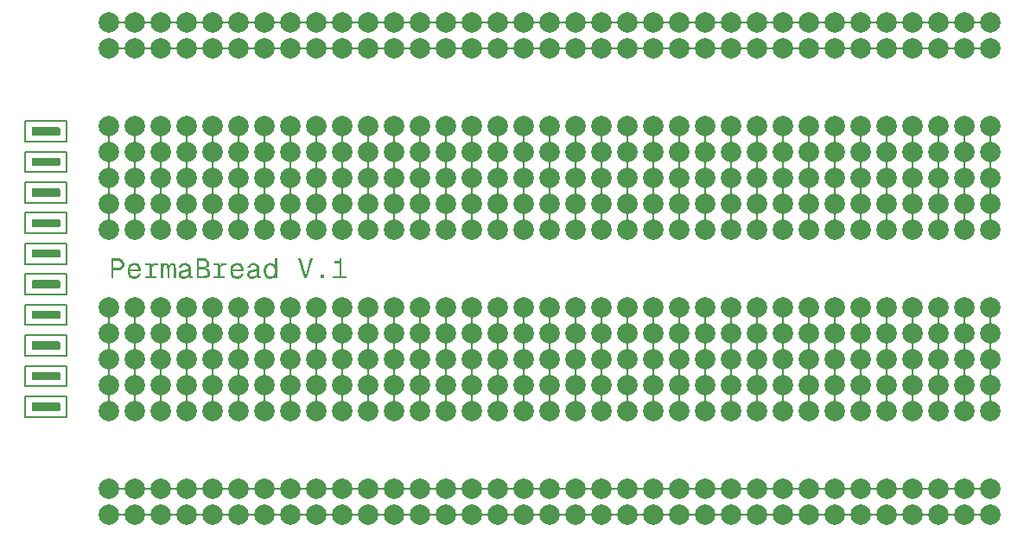
<source format=gbr>
%TF.GenerationSoftware,KiCad,Pcbnew,9.0.0*%
%TF.CreationDate,2025-03-26T23:18:24+07:00*%
%TF.ProjectId,PermaProto,5065726d-6150-4726-9f74-6f2e6b696361,1*%
%TF.SameCoordinates,Original*%
%TF.FileFunction,Copper,L1,Top*%
%TF.FilePolarity,Positive*%
%FSLAX46Y46*%
G04 Gerber Fmt 4.6, Leading zero omitted, Abs format (unit mm)*
G04 Created by KiCad (PCBNEW 9.0.0) date 2025-03-26 23:18:24*
%MOMM*%
%LPD*%
G01*
G04 APERTURE LIST*
%TA.AperFunction,NonConductor*%
%ADD10C,0.200000*%
%TD*%
%ADD11C,0.100000*%
%TA.AperFunction,ViaPad*%
%ADD12C,2.000000*%
%TD*%
%TA.AperFunction,Conductor*%
%ADD13C,0.200000*%
%TD*%
G04 APERTURE END LIST*
D10*
X96000000Y-123000000D02*
X100000000Y-123000000D01*
X100000000Y-125000000D01*
X96000000Y-125000000D01*
X96000000Y-123000000D01*
D11*
G36*
X105151080Y-109444483D02*
G01*
X105283085Y-109476026D01*
X105396009Y-109526098D01*
X105492861Y-109594284D01*
X105573070Y-109680823D01*
X105630606Y-109781903D01*
X105666371Y-109900418D01*
X105678974Y-110040516D01*
X105666373Y-110180612D01*
X105630610Y-110299150D01*
X105573074Y-110400273D01*
X105492861Y-110486870D01*
X105396016Y-110555000D01*
X105283095Y-110605034D01*
X105151087Y-110636556D01*
X104996193Y-110647704D01*
X104632515Y-110647704D01*
X104632515Y-111420000D01*
X104391814Y-111420000D01*
X104391814Y-110412742D01*
X104632515Y-110412742D01*
X104968227Y-110412742D01*
X105122446Y-110400069D01*
X105234704Y-110366486D01*
X105315174Y-110316266D01*
X105376055Y-110244891D01*
X105413683Y-110154876D01*
X105427159Y-110040516D01*
X105413579Y-109924386D01*
X105375867Y-109834101D01*
X105315174Y-109763545D01*
X105234820Y-109714074D01*
X105122569Y-109680931D01*
X104968227Y-109668412D01*
X104632515Y-109668412D01*
X104632515Y-110412742D01*
X104391814Y-110412742D01*
X104391814Y-109433328D01*
X104996193Y-109433328D01*
X105151080Y-109444483D01*
G37*
G36*
X106797937Y-109914014D02*
G01*
X106910911Y-109944520D01*
X107013150Y-109994476D01*
X107103717Y-110063129D01*
X107180921Y-110150423D01*
X107245425Y-110258869D01*
X107290462Y-110377364D01*
X107319129Y-110516879D01*
X107329323Y-110681287D01*
X107329323Y-110751263D01*
X106249281Y-110751263D01*
X106271887Y-110905832D01*
X106315340Y-111022438D01*
X106376653Y-111109445D01*
X106459138Y-111175159D01*
X106559518Y-111215465D01*
X106683056Y-111229734D01*
X106777864Y-111221466D01*
X106856528Y-111198221D01*
X106922170Y-111161224D01*
X106978395Y-111110581D01*
X107021506Y-111050862D01*
X107052351Y-110980729D01*
X107304166Y-111000268D01*
X107253129Y-111125190D01*
X107179489Y-111233115D01*
X107081660Y-111326332D01*
X106996912Y-111381197D01*
X106903347Y-111420752D01*
X106799388Y-111445137D01*
X106683056Y-111453583D01*
X106545824Y-111442395D01*
X106426032Y-111410322D01*
X106320600Y-111358450D01*
X106227550Y-111286915D01*
X106149508Y-111197662D01*
X106085638Y-111088440D01*
X106040917Y-110969174D01*
X106012902Y-110833463D01*
X106003084Y-110678478D01*
X106011610Y-110544267D01*
X106249281Y-110544267D01*
X107072013Y-110544267D01*
X107048195Y-110404951D01*
X107005303Y-110302380D01*
X106945983Y-110228094D01*
X106868154Y-110172704D01*
X106777937Y-110139067D01*
X106671821Y-110127344D01*
X106562280Y-110139581D01*
X106469793Y-110174616D01*
X106390575Y-110232247D01*
X106328620Y-110308864D01*
X106280957Y-110410742D01*
X106249281Y-110544267D01*
X106011610Y-110544267D01*
X106012924Y-110523574D01*
X106040957Y-110388423D01*
X106085638Y-110270104D01*
X106149213Y-110161465D01*
X106226391Y-110072179D01*
X106317913Y-110000094D01*
X106421576Y-109947278D01*
X106538556Y-109914789D01*
X106671821Y-109903496D01*
X106797937Y-109914014D01*
G37*
G36*
X107748688Y-111420000D02*
G01*
X107748688Y-111213004D01*
X108134836Y-111213004D01*
X108134836Y-110144075D01*
X107748688Y-110144075D01*
X107748688Y-109937079D01*
X108330718Y-109937079D01*
X108347449Y-110222477D01*
X108388225Y-110115153D01*
X108443029Y-110037200D01*
X108511659Y-109982748D01*
X108596641Y-109949086D01*
X108702822Y-109937079D01*
X109007759Y-109937079D01*
X109007759Y-110149692D01*
X108705631Y-110149692D01*
X108601654Y-110161433D01*
X108520418Y-110194029D01*
X108456625Y-110246290D01*
X108410558Y-110315637D01*
X108380831Y-110406336D01*
X108369919Y-110524605D01*
X108369919Y-111213004D01*
X108839965Y-111213004D01*
X108839965Y-111420000D01*
X107748688Y-111420000D01*
G37*
G36*
X109287173Y-111420000D02*
G01*
X109287173Y-109937079D01*
X109502718Y-109937079D01*
X109508335Y-110155310D01*
X109557724Y-110047842D01*
X109621542Y-109970662D01*
X109674309Y-109933499D01*
X109733801Y-109911186D01*
X109802037Y-109903496D01*
X109884083Y-109914738D01*
X109950589Y-109946852D01*
X110005409Y-110000722D01*
X110049721Y-110081375D01*
X110081817Y-110197198D01*
X110112600Y-110109249D01*
X110152399Y-110038381D01*
X110200764Y-109981898D01*
X110259680Y-109938341D01*
X110325604Y-109912395D01*
X110400799Y-109903496D01*
X110488503Y-109912064D01*
X110558871Y-109935926D01*
X110615599Y-109973824D01*
X110661039Y-110026594D01*
X110701914Y-110113430D01*
X110730911Y-110244463D01*
X110742250Y-110435090D01*
X110742250Y-111420000D01*
X110507166Y-111420000D01*
X110507166Y-110468674D01*
X110501087Y-110334715D01*
X110485852Y-110245970D01*
X110465157Y-110190237D01*
X110431447Y-110145483D01*
X110388652Y-110119538D01*
X110333754Y-110110491D01*
X110280334Y-110119696D01*
X110232957Y-110147473D01*
X110189528Y-110197320D01*
X110160432Y-110258330D01*
X110140110Y-110347563D01*
X110132254Y-110474291D01*
X110132254Y-111420000D01*
X109897170Y-111420000D01*
X109897170Y-110468674D01*
X109891440Y-110340659D01*
X109876849Y-110252586D01*
X109856625Y-110194511D01*
X109823287Y-110147298D01*
X109780078Y-110120024D01*
X109723757Y-110110491D01*
X109670337Y-110119696D01*
X109622960Y-110147473D01*
X109579532Y-110197320D01*
X109550436Y-110258330D01*
X109530113Y-110347563D01*
X109522257Y-110474291D01*
X109522257Y-111420000D01*
X109287173Y-111420000D01*
G37*
G36*
X111775653Y-109914609D02*
G01*
X111886936Y-109945934D01*
X111980638Y-109995803D01*
X112059696Y-110064452D01*
X112122274Y-110148588D01*
X112168373Y-110248361D01*
X112197567Y-110366822D01*
X112207951Y-110507875D01*
X112207951Y-111123367D01*
X112214367Y-111168580D01*
X112230300Y-111193464D01*
X112256552Y-111207576D01*
X112297588Y-111213004D01*
X112392721Y-111213004D01*
X112392721Y-111420000D01*
X112269501Y-111425617D01*
X112188743Y-111419296D01*
X112125098Y-111401987D01*
X112075083Y-111375303D01*
X112034643Y-111336688D01*
X112003225Y-111282983D01*
X111981416Y-111210195D01*
X111935476Y-111276498D01*
X111872513Y-111335118D01*
X111789685Y-111386416D01*
X111699025Y-111423454D01*
X111602024Y-111445921D01*
X111497327Y-111453583D01*
X111362327Y-111440593D01*
X111245390Y-111403269D01*
X111144343Y-111341874D01*
X111069169Y-111261974D01*
X111033680Y-111198686D01*
X111012196Y-111128834D01*
X111004811Y-111050704D01*
X111007334Y-111028234D01*
X111251130Y-111028234D01*
X111259525Y-111093862D01*
X111283276Y-111146480D01*
X111322449Y-111189190D01*
X111373034Y-111219695D01*
X111437527Y-111239317D01*
X111519675Y-111246465D01*
X111633555Y-111238145D01*
X111725613Y-111215151D01*
X111799924Y-111179490D01*
X111859661Y-111131793D01*
X111921723Y-111049188D01*
X111959652Y-110950874D01*
X111972990Y-110832351D01*
X111972990Y-110703757D01*
X111519675Y-110793272D01*
X111420133Y-110818127D01*
X111352958Y-110847108D01*
X111309870Y-110878635D01*
X111277614Y-110920052D01*
X111258005Y-110969165D01*
X111251130Y-111028234D01*
X111007334Y-111028234D01*
X111018507Y-110928736D01*
X111056700Y-110832301D01*
X111118140Y-110755537D01*
X111199843Y-110696552D01*
X111315614Y-110644964D01*
X111474856Y-110603007D01*
X111972990Y-110502257D01*
X111961955Y-110378102D01*
X111932439Y-110286510D01*
X111887627Y-110219668D01*
X111825049Y-110169831D01*
X111745169Y-110138613D01*
X111642773Y-110127344D01*
X111542264Y-110135924D01*
X111463572Y-110159427D01*
X111402072Y-110195854D01*
X111351451Y-110246601D01*
X111311342Y-110311409D01*
X111281905Y-110393080D01*
X111032777Y-110373541D01*
X111074310Y-110241093D01*
X111140605Y-110128912D01*
X111232812Y-110033677D01*
X111314838Y-109978295D01*
X111408956Y-109937790D01*
X111517354Y-109912417D01*
X111642773Y-109903496D01*
X111775653Y-109914609D01*
G37*
G36*
X113509456Y-109444056D02*
G01*
X113643428Y-109473594D01*
X113751193Y-109519009D01*
X113837418Y-109578897D01*
X113909429Y-109657082D01*
X113960914Y-109747552D01*
X113992796Y-109852742D01*
X114003991Y-109976158D01*
X113992707Y-110080695D01*
X113960074Y-110171561D01*
X113906050Y-110251786D01*
X113834503Y-110317299D01*
X113747843Y-110365281D01*
X113643000Y-110395889D01*
X113777442Y-110426913D01*
X113884842Y-110478080D01*
X113970286Y-110548419D01*
X114034822Y-110637514D01*
X114074135Y-110741908D01*
X114087889Y-110865935D01*
X114075958Y-110991536D01*
X114041894Y-111098813D01*
X113986607Y-111191403D01*
X113908736Y-111271744D01*
X113816174Y-111333689D01*
X113705293Y-111379904D01*
X113572535Y-111409439D01*
X113413534Y-111420000D01*
X112783998Y-111420000D01*
X112783998Y-111184916D01*
X113024699Y-111184916D01*
X113416343Y-111184916D01*
X113558079Y-111173813D01*
X113660760Y-111144510D01*
X113733859Y-111101018D01*
X113789910Y-111038750D01*
X113824003Y-110961899D01*
X113836074Y-110865935D01*
X113823504Y-110764550D01*
X113787999Y-110683114D01*
X113729706Y-110616929D01*
X113653711Y-110569840D01*
X113551819Y-110538907D01*
X113416343Y-110527414D01*
X113024699Y-110527414D01*
X113024699Y-111184916D01*
X112783998Y-111184916D01*
X112783998Y-110292330D01*
X113024699Y-110292330D01*
X113354794Y-110292330D01*
X113491038Y-110281533D01*
X113588579Y-110253170D01*
X113657044Y-110211242D01*
X113708919Y-110151286D01*
X113740805Y-110076330D01*
X113752177Y-109981775D01*
X113740735Y-109885413D01*
X113708784Y-109809643D01*
X113657044Y-109749623D01*
X113588568Y-109707627D01*
X113491026Y-109679223D01*
X113354794Y-109668412D01*
X113024699Y-109668412D01*
X113024699Y-110292330D01*
X112783998Y-110292330D01*
X112783998Y-109433328D01*
X113343558Y-109433328D01*
X113509456Y-109444056D01*
G37*
G36*
X114462435Y-111420000D02*
G01*
X114462435Y-111213004D01*
X114848583Y-111213004D01*
X114848583Y-110144075D01*
X114462435Y-110144075D01*
X114462435Y-109937079D01*
X115044466Y-109937079D01*
X115061196Y-110222477D01*
X115101973Y-110115153D01*
X115156776Y-110037200D01*
X115225406Y-109982748D01*
X115310388Y-109949086D01*
X115416570Y-109937079D01*
X115721507Y-109937079D01*
X115721507Y-110149692D01*
X115419378Y-110149692D01*
X115315402Y-110161433D01*
X115234166Y-110194029D01*
X115170373Y-110246290D01*
X115124305Y-110315637D01*
X115094578Y-110406336D01*
X115083667Y-110524605D01*
X115083667Y-111213004D01*
X115553712Y-111213004D01*
X115553712Y-111420000D01*
X114462435Y-111420000D01*
G37*
G36*
X116868558Y-109914014D02*
G01*
X116981533Y-109944520D01*
X117083771Y-109994476D01*
X117174338Y-110063129D01*
X117251542Y-110150423D01*
X117316046Y-110258869D01*
X117361083Y-110377364D01*
X117389750Y-110516879D01*
X117399944Y-110681287D01*
X117399944Y-110751263D01*
X116319902Y-110751263D01*
X116342508Y-110905832D01*
X116385961Y-111022438D01*
X116447274Y-111109445D01*
X116529760Y-111175159D01*
X116630139Y-111215465D01*
X116753677Y-111229734D01*
X116848485Y-111221466D01*
X116927149Y-111198221D01*
X116992791Y-111161224D01*
X117049016Y-111110581D01*
X117092127Y-111050862D01*
X117122972Y-110980729D01*
X117374787Y-111000268D01*
X117323750Y-111125190D01*
X117250110Y-111233115D01*
X117152281Y-111326332D01*
X117067533Y-111381197D01*
X116973968Y-111420752D01*
X116870009Y-111445137D01*
X116753677Y-111453583D01*
X116616445Y-111442395D01*
X116496653Y-111410322D01*
X116391221Y-111358450D01*
X116298171Y-111286915D01*
X116220129Y-111197662D01*
X116156259Y-111088440D01*
X116111538Y-110969174D01*
X116083523Y-110833463D01*
X116073705Y-110678478D01*
X116082231Y-110544267D01*
X116319902Y-110544267D01*
X117142634Y-110544267D01*
X117118816Y-110404951D01*
X117075924Y-110302380D01*
X117016605Y-110228094D01*
X116938775Y-110172704D01*
X116848558Y-110139067D01*
X116742442Y-110127344D01*
X116632901Y-110139581D01*
X116540414Y-110174616D01*
X116461196Y-110232247D01*
X116399241Y-110308864D01*
X116351578Y-110410742D01*
X116319902Y-110544267D01*
X116082231Y-110544267D01*
X116083545Y-110523574D01*
X116111579Y-110388423D01*
X116156259Y-110270104D01*
X116219834Y-110161465D01*
X116297012Y-110072179D01*
X116388534Y-110000094D01*
X116492197Y-109947278D01*
X116609177Y-109914789D01*
X116742442Y-109903496D01*
X116868558Y-109914014D01*
G37*
G36*
X118489401Y-109914609D02*
G01*
X118600683Y-109945934D01*
X118694386Y-109995803D01*
X118773443Y-110064452D01*
X118836021Y-110148588D01*
X118882120Y-110248361D01*
X118911314Y-110366822D01*
X118921699Y-110507875D01*
X118921699Y-111123367D01*
X118928115Y-111168580D01*
X118944047Y-111193464D01*
X118970299Y-111207576D01*
X119011336Y-111213004D01*
X119106468Y-111213004D01*
X119106468Y-111420000D01*
X118983248Y-111425617D01*
X118902491Y-111419296D01*
X118838845Y-111401987D01*
X118788831Y-111375303D01*
X118748391Y-111336688D01*
X118716972Y-111282983D01*
X118695163Y-111210195D01*
X118649223Y-111276498D01*
X118586261Y-111335118D01*
X118503433Y-111386416D01*
X118412772Y-111423454D01*
X118315771Y-111445921D01*
X118211074Y-111453583D01*
X118076074Y-111440593D01*
X117959138Y-111403269D01*
X117858090Y-111341874D01*
X117782916Y-111261974D01*
X117747428Y-111198686D01*
X117725943Y-111128834D01*
X117718558Y-111050704D01*
X117721081Y-111028234D01*
X117964877Y-111028234D01*
X117973273Y-111093862D01*
X117997024Y-111146480D01*
X118036196Y-111189190D01*
X118086781Y-111219695D01*
X118151274Y-111239317D01*
X118233422Y-111246465D01*
X118347302Y-111238145D01*
X118439360Y-111215151D01*
X118513672Y-111179490D01*
X118573408Y-111131793D01*
X118635470Y-111049188D01*
X118673400Y-110950874D01*
X118686737Y-110832351D01*
X118686737Y-110703757D01*
X118233422Y-110793272D01*
X118133880Y-110818127D01*
X118066705Y-110847108D01*
X118023618Y-110878635D01*
X117991361Y-110920052D01*
X117971753Y-110969165D01*
X117964877Y-111028234D01*
X117721081Y-111028234D01*
X117732254Y-110928736D01*
X117770447Y-110832301D01*
X117831887Y-110755537D01*
X117913590Y-110696552D01*
X118029361Y-110644964D01*
X118188604Y-110603007D01*
X118686737Y-110502257D01*
X118675702Y-110378102D01*
X118646187Y-110286510D01*
X118601374Y-110219668D01*
X118538796Y-110169831D01*
X118458916Y-110138613D01*
X118356521Y-110127344D01*
X118256012Y-110135924D01*
X118177320Y-110159427D01*
X118115819Y-110195854D01*
X118065198Y-110246601D01*
X118025089Y-110311409D01*
X117995652Y-110393080D01*
X117746524Y-110373541D01*
X117788057Y-110241093D01*
X117854352Y-110128912D01*
X117946559Y-110033677D01*
X118028585Y-109978295D01*
X118122703Y-109937790D01*
X118231101Y-109912417D01*
X118356521Y-109903496D01*
X118489401Y-109914609D01*
G37*
G36*
X120672920Y-111420000D02*
G01*
X120460307Y-111420000D01*
X120451880Y-111196151D01*
X120404376Y-111270534D01*
X120344185Y-111333171D01*
X120270041Y-111385073D01*
X120187396Y-111422582D01*
X120095693Y-111445617D01*
X119993070Y-111453583D01*
X119865377Y-111442470D01*
X119753476Y-111410496D01*
X119654427Y-111358450D01*
X119567744Y-111287454D01*
X119494695Y-111198752D01*
X119434731Y-111089905D01*
X119393248Y-110971802D01*
X119367039Y-110835669D01*
X119357794Y-110678478D01*
X119604113Y-110678478D01*
X119617577Y-110845245D01*
X119654555Y-110977215D01*
X119711824Y-111081479D01*
X119771288Y-111146883D01*
X119839024Y-111192445D01*
X119916676Y-111220117D01*
X120006992Y-111229734D01*
X120104795Y-111219949D01*
X120188304Y-111191954D01*
X120260467Y-111146287D01*
X120323164Y-111081479D01*
X120371122Y-111005193D01*
X120406937Y-110914493D01*
X120429801Y-110806677D01*
X120437958Y-110678478D01*
X120429744Y-110548666D01*
X120406792Y-110440246D01*
X120370970Y-110349736D01*
X120323164Y-110274256D01*
X120260576Y-110210403D01*
X120187634Y-110165110D01*
X120102283Y-110137162D01*
X120001374Y-110127344D01*
X119913964Y-110136781D01*
X119838102Y-110164055D01*
X119771228Y-110209186D01*
X119711824Y-110274256D01*
X119654714Y-110377565D01*
X119617663Y-110509783D01*
X119604113Y-110678478D01*
X119357794Y-110678478D01*
X119367039Y-110521370D01*
X119393249Y-110385319D01*
X119434731Y-110267295D01*
X119494702Y-110158369D01*
X119567752Y-110069630D01*
X119654427Y-109998628D01*
X119753476Y-109946582D01*
X119865377Y-109914609D01*
X119993070Y-109903496D01*
X120095362Y-109912114D01*
X120186044Y-109937007D01*
X120267233Y-109977623D01*
X120371533Y-110059129D01*
X120437958Y-110144075D01*
X120437958Y-109433328D01*
X120672920Y-109433328D01*
X120672920Y-111420000D01*
G37*
G36*
X123285586Y-111420000D02*
G01*
X122686702Y-109433328D01*
X122944134Y-109433328D01*
X123442267Y-111148646D01*
X123940279Y-109433328D01*
X124197711Y-109433328D01*
X123598949Y-111420000D01*
X123285586Y-111420000D01*
G37*
G36*
X124947170Y-111420000D02*
G01*
X124947170Y-111078670D01*
X125294117Y-111078670D01*
X125294117Y-111420000D01*
X124947170Y-111420000D01*
G37*
G36*
X126127595Y-111420000D02*
G01*
X126127595Y-111184916D01*
X126754323Y-111184916D01*
X126754323Y-109948192D01*
X126233841Y-109948192D01*
X126233841Y-109741196D01*
X126502508Y-109741196D01*
X126606685Y-109731900D01*
X126679994Y-109707528D01*
X126730509Y-109671221D01*
X126765815Y-109619790D01*
X126789873Y-109543511D01*
X126799141Y-109433328D01*
X126994902Y-109433328D01*
X126994902Y-111184916D01*
X127470565Y-111184916D01*
X127470565Y-111420000D01*
X126127595Y-111420000D01*
G37*
D10*
X96000000Y-99000000D02*
X100000000Y-99000000D01*
X100000000Y-101000000D01*
X96000000Y-101000000D01*
X96000000Y-99000000D01*
X96000000Y-114000000D02*
X100000000Y-114000000D01*
X100000000Y-116000000D01*
X96000000Y-116000000D01*
X96000000Y-114000000D01*
X96000000Y-105000000D02*
X100000000Y-105000000D01*
X100000000Y-107000000D01*
X96000000Y-107000000D01*
X96000000Y-105000000D01*
X96000000Y-102000000D02*
X100000000Y-102000000D01*
X100000000Y-104000000D01*
X96000000Y-104000000D01*
X96000000Y-102000000D01*
X96000000Y-111000000D02*
X100000000Y-111000000D01*
X100000000Y-113000000D01*
X96000000Y-113000000D01*
X96000000Y-111000000D01*
X96000000Y-96000000D02*
X100000000Y-96000000D01*
X100000000Y-98000000D01*
X96000000Y-98000000D01*
X96000000Y-96000000D01*
X96000000Y-108000000D02*
X100000000Y-108000000D01*
X100000000Y-110000000D01*
X96000000Y-110000000D01*
X96000000Y-108000000D01*
X96000000Y-117000000D02*
X100000000Y-117000000D01*
X100000000Y-119000000D01*
X96000000Y-119000000D01*
X96000000Y-117000000D01*
X96000000Y-120000000D02*
X100000000Y-120000000D01*
X100000000Y-122000000D01*
X96000000Y-122000000D01*
X96000000Y-120000000D01*
D12*
%TO.N,*%
X157480000Y-121920000D03*
X139700000Y-124460000D03*
X104140000Y-124460000D03*
X190500000Y-124460000D03*
X175260000Y-119380000D03*
X160020000Y-119380000D03*
X185420000Y-134620000D03*
X167640000Y-121920000D03*
X162560000Y-121920000D03*
X187960000Y-121920000D03*
X137160000Y-121920000D03*
X139700000Y-121920000D03*
X182880000Y-134620000D03*
X172720000Y-121920000D03*
X142240000Y-121920000D03*
X149860000Y-121920000D03*
X182880000Y-121920000D03*
X111760000Y-124460000D03*
X139700000Y-134620000D03*
X154940000Y-119380000D03*
X129540000Y-121920000D03*
X144780000Y-119380000D03*
X177800000Y-121920000D03*
X160020000Y-121920000D03*
X180340000Y-124460000D03*
X185420000Y-124460000D03*
X170180000Y-124460000D03*
X165100000Y-124460000D03*
X109220000Y-124460000D03*
X134620000Y-124460000D03*
X127000000Y-124460000D03*
X106680000Y-121920000D03*
X170180000Y-104140000D03*
X167640000Y-104140000D03*
X172720000Y-101600000D03*
X160020000Y-106680000D03*
X162560000Y-104140000D03*
X134620000Y-106680000D03*
X132080000Y-101600000D03*
X185420000Y-106680000D03*
X104140000Y-86360000D03*
X127000000Y-106680000D03*
X185420000Y-104140000D03*
X139700000Y-86360000D03*
X180340000Y-101600000D03*
X185420000Y-101600000D03*
X172720000Y-101600000D03*
X187960000Y-101600000D03*
X137160000Y-101600000D03*
X119380000Y-101600000D03*
X139700000Y-101600000D03*
X165100000Y-101600000D03*
X172720000Y-104140000D03*
X175260000Y-104140000D03*
X187960000Y-106680000D03*
X137160000Y-106680000D03*
X134620000Y-101600000D03*
X127000000Y-101600000D03*
X162560000Y-101600000D03*
X106680000Y-106680000D03*
X109220000Y-101600000D03*
X149860000Y-99060000D03*
X182880000Y-99060000D03*
X104140000Y-101600000D03*
X190500000Y-101600000D03*
X157480000Y-101600000D03*
X167640000Y-106680000D03*
X162560000Y-106680000D03*
X116840000Y-106680000D03*
X129540000Y-101600000D03*
X111760000Y-101600000D03*
X121920000Y-104140000D03*
X149860000Y-106680000D03*
X152400000Y-104140000D03*
X124460000Y-104140000D03*
X147320000Y-101600000D03*
X106680000Y-101600000D03*
X132080000Y-99060000D03*
X106680000Y-99060000D03*
X116840000Y-99060000D03*
X165100000Y-104140000D03*
X142240000Y-106680000D03*
X170180000Y-101600000D03*
X180340000Y-104140000D03*
X144780000Y-101600000D03*
X142240000Y-101600000D03*
X116840000Y-104140000D03*
X132080000Y-104140000D03*
X149860000Y-101600000D03*
X144780000Y-104140000D03*
X187960000Y-104140000D03*
X152400000Y-106680000D03*
X129540000Y-99060000D03*
X119380000Y-99060000D03*
X175260000Y-101600000D03*
X109220000Y-104140000D03*
X134620000Y-104140000D03*
X182880000Y-104140000D03*
X119380000Y-106680000D03*
X121920000Y-106680000D03*
X129540000Y-106680000D03*
X111760000Y-106680000D03*
X182880000Y-101600000D03*
X172720000Y-106680000D03*
X185420000Y-88900000D03*
X127000000Y-104140000D03*
X111760000Y-104140000D03*
X114300000Y-101600000D03*
X154940000Y-106680000D03*
X177800000Y-101600000D03*
X121920000Y-101600000D03*
X132080000Y-106680000D03*
X175260000Y-106680000D03*
X144780000Y-106680000D03*
X172720000Y-106680000D03*
X119380000Y-104140000D03*
X160020000Y-99060000D03*
X157480000Y-99060000D03*
X147320000Y-99060000D03*
X177800000Y-99060000D03*
X172720000Y-99060000D03*
X142240000Y-99060000D03*
X116840000Y-101600000D03*
X167640000Y-101600000D03*
X147320000Y-104140000D03*
X124460000Y-101600000D03*
X149860000Y-88900000D03*
X129540000Y-86360000D03*
X162560000Y-88900000D03*
X167640000Y-88900000D03*
X175260000Y-88900000D03*
X106680000Y-86360000D03*
X157480000Y-104140000D03*
X142240000Y-104140000D03*
X190500000Y-106680000D03*
X104140000Y-104140000D03*
X109220000Y-88900000D03*
X182880000Y-86360000D03*
X137160000Y-86360000D03*
X147320000Y-106680000D03*
X104140000Y-121920000D03*
X190500000Y-121920000D03*
X180340000Y-121920000D03*
X185420000Y-121920000D03*
X182880000Y-124460000D03*
X157480000Y-119380000D03*
X154940000Y-104140000D03*
X149860000Y-104140000D03*
X177800000Y-104140000D03*
X106680000Y-104140000D03*
X167640000Y-99060000D03*
X162560000Y-99060000D03*
X144780000Y-86360000D03*
X139700000Y-132080000D03*
X160020000Y-132080000D03*
X177800000Y-132080000D03*
X124460000Y-132080000D03*
X109220000Y-132080000D03*
X134620000Y-132080000D03*
X127000000Y-132080000D03*
X182880000Y-132080000D03*
X104140000Y-132080000D03*
X190500000Y-132080000D03*
X111760000Y-132080000D03*
X154940000Y-132080000D03*
X132080000Y-132080000D03*
X172720000Y-132080000D03*
X175260000Y-132080000D03*
X144780000Y-132080000D03*
X172720000Y-132080000D03*
X106680000Y-132080000D03*
X187960000Y-132080000D03*
X137160000Y-132080000D03*
X152400000Y-132080000D03*
X167640000Y-132080000D03*
X162560000Y-132080000D03*
X142240000Y-132080000D03*
X119380000Y-132080000D03*
X121920000Y-132080000D03*
X116840000Y-132080000D03*
X127000000Y-88900000D03*
X121920000Y-88900000D03*
X114300000Y-86360000D03*
X154940000Y-86360000D03*
X119380000Y-86360000D03*
X116840000Y-86360000D03*
X187960000Y-86360000D03*
X157480000Y-86360000D03*
X119380000Y-88900000D03*
X157480000Y-132080000D03*
X149860000Y-132080000D03*
X180340000Y-132080000D03*
X185420000Y-132080000D03*
X170180000Y-132080000D03*
X165100000Y-132080000D03*
X147320000Y-132080000D03*
X114300000Y-132080000D03*
X129540000Y-132080000D03*
X157480000Y-106680000D03*
X129540000Y-104140000D03*
X190500000Y-104140000D03*
X170180000Y-106680000D03*
X177800000Y-106680000D03*
X170180000Y-99060000D03*
X165100000Y-99060000D03*
X152400000Y-99060000D03*
X154940000Y-99060000D03*
X109220000Y-99060000D03*
X134620000Y-99060000D03*
X127000000Y-99060000D03*
X121920000Y-99060000D03*
X114300000Y-99060000D03*
X104140000Y-99060000D03*
X190500000Y-99060000D03*
X124460000Y-99060000D03*
X144780000Y-99060000D03*
X172720000Y-99060000D03*
X175260000Y-99060000D03*
X111760000Y-99060000D03*
X180340000Y-99060000D03*
X185420000Y-99060000D03*
X187960000Y-99060000D03*
X137160000Y-99060000D03*
X139700000Y-99060000D03*
X116840000Y-96520000D03*
X129540000Y-96520000D03*
X119380000Y-96520000D03*
X157480000Y-96520000D03*
X172720000Y-96520000D03*
X142240000Y-96520000D03*
X149860000Y-96520000D03*
X182880000Y-96520000D03*
X167640000Y-96520000D03*
X162560000Y-96520000D03*
X187960000Y-96520000D03*
X137160000Y-96520000D03*
X139700000Y-96520000D03*
X104140000Y-96520000D03*
X190500000Y-96520000D03*
X180340000Y-96520000D03*
X185420000Y-96520000D03*
X170180000Y-96520000D03*
X165100000Y-96520000D03*
X109220000Y-96520000D03*
X134620000Y-96520000D03*
X127000000Y-96520000D03*
X111760000Y-96520000D03*
X121920000Y-96520000D03*
X124460000Y-96520000D03*
X160020000Y-96520000D03*
X147320000Y-96520000D03*
X144780000Y-96520000D03*
X172720000Y-96520000D03*
X175260000Y-96520000D03*
X152400000Y-96520000D03*
X154940000Y-96520000D03*
X177800000Y-96520000D03*
X132080000Y-96520000D03*
X106680000Y-96520000D03*
X114300000Y-96520000D03*
X160020000Y-104140000D03*
X124460000Y-106680000D03*
X154940000Y-101600000D03*
X172720000Y-104140000D03*
X160020000Y-101600000D03*
X182880000Y-106680000D03*
X139700000Y-106680000D03*
X139700000Y-104140000D03*
X165100000Y-106680000D03*
X180340000Y-106680000D03*
X114300000Y-104140000D03*
X177800000Y-124460000D03*
X114300000Y-121920000D03*
X124460000Y-119380000D03*
X132080000Y-119380000D03*
X170180000Y-134620000D03*
X104140000Y-134620000D03*
X142240000Y-134620000D03*
X119380000Y-134620000D03*
X109220000Y-134620000D03*
X124460000Y-124460000D03*
X157480000Y-124460000D03*
X149860000Y-124460000D03*
X121920000Y-134620000D03*
X116840000Y-134620000D03*
X147320000Y-124460000D03*
X124460000Y-134620000D03*
X165100000Y-134620000D03*
X114300000Y-124460000D03*
X167640000Y-134620000D03*
X162560000Y-134620000D03*
X129540000Y-124460000D03*
X152400000Y-119380000D03*
X142240000Y-119380000D03*
X172720000Y-119380000D03*
X172720000Y-119380000D03*
X177800000Y-134620000D03*
X160020000Y-124460000D03*
X175260000Y-134620000D03*
X170180000Y-121920000D03*
X165100000Y-121920000D03*
X109220000Y-121920000D03*
X134620000Y-121920000D03*
X127000000Y-121920000D03*
X111760000Y-121920000D03*
X187960000Y-134620000D03*
X137160000Y-134620000D03*
X152400000Y-134620000D03*
X134620000Y-134620000D03*
X114300000Y-134620000D03*
X129540000Y-134620000D03*
X160020000Y-134620000D03*
X154940000Y-134620000D03*
X132080000Y-134620000D03*
X172720000Y-134620000D03*
X149860000Y-134620000D03*
X147320000Y-134620000D03*
X114300000Y-119380000D03*
X144780000Y-134620000D03*
X172720000Y-134620000D03*
X106680000Y-134620000D03*
X154940000Y-124460000D03*
X177800000Y-119380000D03*
X109220000Y-86360000D03*
X129540000Y-86360000D03*
X165100000Y-88900000D03*
X134620000Y-88900000D03*
X127000000Y-86360000D03*
X132080000Y-86360000D03*
X142240000Y-86360000D03*
X160020000Y-86360000D03*
X175260000Y-86360000D03*
X134620000Y-86360000D03*
X147320000Y-86360000D03*
X152400000Y-86360000D03*
X124460000Y-88900000D03*
X177800000Y-86360000D03*
X147320000Y-88900000D03*
X154940000Y-88900000D03*
X170180000Y-88900000D03*
X180340000Y-88900000D03*
X190500000Y-88900000D03*
X121920000Y-119380000D03*
X132080000Y-124460000D03*
X149860000Y-119380000D03*
X182880000Y-119380000D03*
X172720000Y-124460000D03*
X175260000Y-124460000D03*
X144780000Y-124460000D03*
X172720000Y-124460000D03*
X119380000Y-121920000D03*
X157480000Y-134620000D03*
X106680000Y-124460000D03*
X109220000Y-119380000D03*
X116840000Y-119380000D03*
X167640000Y-119380000D03*
X147320000Y-121920000D03*
X144780000Y-121920000D03*
X172720000Y-121920000D03*
X175260000Y-121920000D03*
X187960000Y-124460000D03*
X137160000Y-124460000D03*
X134620000Y-119380000D03*
X127000000Y-119380000D03*
X162560000Y-119380000D03*
X116840000Y-121920000D03*
X127000000Y-134620000D03*
X132080000Y-121920000D03*
X162560000Y-86360000D03*
X152400000Y-124460000D03*
X190500000Y-134620000D03*
X157480000Y-88900000D03*
X180340000Y-119380000D03*
X185420000Y-119380000D03*
X111760000Y-134620000D03*
X167640000Y-124460000D03*
X162560000Y-124460000D03*
X111760000Y-119380000D03*
X121920000Y-121920000D03*
X152400000Y-121920000D03*
X124460000Y-121920000D03*
X111760000Y-86360000D03*
X147320000Y-119380000D03*
X142240000Y-124460000D03*
X170180000Y-119380000D03*
X165100000Y-119380000D03*
X187960000Y-119380000D03*
X137160000Y-119380000D03*
X182880000Y-88900000D03*
X154940000Y-121920000D03*
X119380000Y-119380000D03*
X167640000Y-86360000D03*
X180340000Y-86360000D03*
X165100000Y-86360000D03*
X114300000Y-88900000D03*
X116840000Y-88900000D03*
X137160000Y-88900000D03*
X139700000Y-88900000D03*
X139700000Y-119380000D03*
X104140000Y-119380000D03*
X190500000Y-119380000D03*
X180340000Y-134620000D03*
X119380000Y-124460000D03*
X121920000Y-124460000D03*
X116840000Y-124460000D03*
X129540000Y-119380000D03*
X106680000Y-119380000D03*
X104140000Y-106680000D03*
X137160000Y-104140000D03*
X152400000Y-101600000D03*
X109220000Y-106680000D03*
X114300000Y-106680000D03*
X152400000Y-88900000D03*
X144780000Y-88900000D03*
X132080000Y-88900000D03*
X170180000Y-86360000D03*
X132080000Y-116840000D03*
X106680000Y-116840000D03*
X116840000Y-116840000D03*
X129540000Y-116840000D03*
X119380000Y-116840000D03*
X147320000Y-116840000D03*
X177800000Y-116840000D03*
X160020000Y-116840000D03*
X157480000Y-116840000D03*
X172720000Y-116840000D03*
X142240000Y-116840000D03*
X149860000Y-116840000D03*
X182880000Y-116840000D03*
X167640000Y-116840000D03*
X162560000Y-116840000D03*
X124460000Y-86360000D03*
X170180000Y-116840000D03*
X165100000Y-116840000D03*
X152400000Y-116840000D03*
X154940000Y-116840000D03*
X109220000Y-116840000D03*
X134620000Y-116840000D03*
X127000000Y-116840000D03*
X149860000Y-86360000D03*
X121920000Y-116840000D03*
X142240000Y-88900000D03*
X114300000Y-116840000D03*
X104140000Y-116840000D03*
X190500000Y-116840000D03*
X124460000Y-116840000D03*
X144780000Y-116840000D03*
X172720000Y-116840000D03*
X175260000Y-116840000D03*
X111760000Y-116840000D03*
X104140000Y-88900000D03*
X160020000Y-88900000D03*
X111760000Y-88900000D03*
X187960000Y-88900000D03*
X172720000Y-88900000D03*
X190500000Y-86360000D03*
X180340000Y-116840000D03*
X185420000Y-116840000D03*
X187960000Y-116840000D03*
X137160000Y-116840000D03*
X139700000Y-116840000D03*
X177800000Y-88900000D03*
X106680000Y-88900000D03*
X172720000Y-86360000D03*
X129540000Y-88900000D03*
X121920000Y-86360000D03*
X116840000Y-114300000D03*
X129540000Y-114300000D03*
X119380000Y-114300000D03*
X157480000Y-114300000D03*
X172720000Y-114300000D03*
X142240000Y-114300000D03*
X149860000Y-114300000D03*
X182880000Y-114300000D03*
X167640000Y-114300000D03*
X162560000Y-114300000D03*
X187960000Y-114300000D03*
X137160000Y-114300000D03*
X139700000Y-114300000D03*
X104140000Y-114300000D03*
X190500000Y-114300000D03*
X180340000Y-114300000D03*
X185420000Y-114300000D03*
X170180000Y-114300000D03*
X165100000Y-114300000D03*
X109220000Y-114300000D03*
X134620000Y-114300000D03*
X127000000Y-114300000D03*
X111760000Y-114300000D03*
X121920000Y-114300000D03*
X124460000Y-114300000D03*
X160020000Y-114300000D03*
X147320000Y-114300000D03*
X144780000Y-114300000D03*
X172720000Y-114300000D03*
X175260000Y-114300000D03*
X152400000Y-114300000D03*
X154940000Y-114300000D03*
X177800000Y-114300000D03*
X132080000Y-114300000D03*
X106680000Y-114300000D03*
X114300000Y-114300000D03*
X185420000Y-86360000D03*
%TD*%
D13*
%TO.N,*%
X190500000Y-106680000D02*
X190500000Y-96520000D01*
X177800000Y-106680000D02*
X177800000Y-96520000D01*
X124460000Y-96520000D02*
X124460000Y-106680000D01*
X152400000Y-106680000D02*
X152400000Y-96520000D01*
X116840000Y-106680000D02*
X116840000Y-96520000D01*
X134620000Y-96520000D02*
X134620000Y-106680000D01*
X170180000Y-96520000D02*
X170180000Y-106680000D01*
X119380000Y-96520000D02*
X119380000Y-106680000D01*
X165100000Y-96520000D02*
X165100000Y-106680000D01*
X180340000Y-96520000D02*
X180340000Y-106680000D01*
X182880000Y-106680000D02*
X182880000Y-96520000D01*
X114300000Y-96520000D02*
X114300000Y-106680000D01*
X111760000Y-106680000D02*
X111760000Y-96520000D01*
X127000000Y-106680000D02*
X127000000Y-96520000D01*
X106680000Y-106680000D02*
X106680000Y-96520000D01*
X154940000Y-96520000D02*
X154940000Y-106680000D01*
X137160000Y-106680000D02*
X137160000Y-96520000D01*
X149860000Y-96520000D02*
X149860000Y-106680000D01*
X142240000Y-106680000D02*
X142240000Y-96520000D01*
X147320000Y-106680000D02*
X147320000Y-96520000D01*
X139700000Y-96520000D02*
X139700000Y-106680000D01*
X167640000Y-106680000D02*
X167640000Y-96520000D01*
X104140000Y-96520000D02*
X104140000Y-106680000D01*
X160020000Y-96520000D02*
X160020000Y-106680000D01*
X144780000Y-96520000D02*
X144780000Y-106680000D01*
X132080000Y-106680000D02*
X132080000Y-96520000D01*
X187960000Y-106680000D02*
X187960000Y-96520000D01*
X129540000Y-96520000D02*
X129540000Y-106680000D01*
X185420000Y-96520000D02*
X185420000Y-106680000D01*
X121920000Y-106680000D02*
X121920000Y-96520000D01*
X157480000Y-106680000D02*
X157480000Y-96520000D01*
X109220000Y-96520000D02*
X109220000Y-106680000D01*
X175260000Y-96520000D02*
X175260000Y-106680000D01*
X172720000Y-106680000D02*
X172720000Y-96520000D01*
X162560000Y-106680000D02*
X162560000Y-96520000D01*
X104140000Y-114300000D02*
X104140000Y-124460000D01*
X106680000Y-124460000D02*
X106680000Y-114300000D01*
X109220000Y-114300000D02*
X109220000Y-124460000D01*
X111760000Y-124460000D02*
X111760000Y-114300000D01*
X114300000Y-114300000D02*
X114300000Y-124460000D01*
X116840000Y-124460000D02*
X116840000Y-114300000D01*
X119380000Y-114300000D02*
X119380000Y-124460000D01*
X121920000Y-124460000D02*
X121920000Y-114300000D01*
X124460000Y-114300000D02*
X124460000Y-124460000D01*
X127000000Y-124460000D02*
X127000000Y-114300000D01*
X129540000Y-114300000D02*
X129540000Y-124460000D01*
X132080000Y-124460000D02*
X132080000Y-114300000D01*
X134620000Y-114300000D02*
X134620000Y-124460000D01*
X137160000Y-124460000D02*
X137160000Y-114300000D01*
X139700000Y-114300000D02*
X139700000Y-124460000D01*
X142240000Y-124460000D02*
X142240000Y-114300000D01*
X144780000Y-114300000D02*
X144780000Y-124460000D01*
X147320000Y-124460000D02*
X147320000Y-114300000D01*
X149860000Y-114300000D02*
X149860000Y-124460000D01*
X152400000Y-124460000D02*
X152400000Y-114300000D01*
X154940000Y-114300000D02*
X154940000Y-124460000D01*
X157480000Y-124460000D02*
X157480000Y-114300000D01*
X160020000Y-114300000D02*
X160020000Y-124460000D01*
X162560000Y-124460000D02*
X162560000Y-114300000D01*
X165100000Y-114300000D02*
X165100000Y-124460000D01*
X167640000Y-124460000D02*
X167640000Y-114300000D01*
X170180000Y-114300000D02*
X170180000Y-124460000D01*
X172720000Y-124460000D02*
X172720000Y-114300000D01*
X175260000Y-114300000D02*
X175260000Y-124460000D01*
X177800000Y-124460000D02*
X177800000Y-114300000D01*
X180340000Y-114300000D02*
X180340000Y-124460000D01*
X182880000Y-124460000D02*
X182880000Y-114300000D01*
X185420000Y-114300000D02*
X185420000Y-124460000D01*
X187960000Y-124460000D02*
X187960000Y-114300000D01*
X190500000Y-124460000D02*
X190500000Y-114300000D01*
X104140000Y-134620000D02*
X190500000Y-134620000D01*
X190500000Y-132080000D02*
X104140000Y-132080000D01*
X190500000Y-88900000D02*
X104140000Y-88900000D01*
X104140000Y-86360000D02*
X190500000Y-86360000D01*
%TD*%
%TA.AperFunction,NonConductor*%
G36*
X99342539Y-96620185D02*
G01*
X99388294Y-96672989D01*
X99399500Y-96724500D01*
X99399500Y-97275500D01*
X99379815Y-97342539D01*
X99327011Y-97388294D01*
X99275500Y-97399500D01*
X96724500Y-97399500D01*
X96657461Y-97379815D01*
X96611706Y-97327011D01*
X96600500Y-97275500D01*
X96600500Y-96724500D01*
X96620185Y-96657461D01*
X96672989Y-96611706D01*
X96724500Y-96600500D01*
X99275500Y-96600500D01*
X99342539Y-96620185D01*
G37*
%TD.AperFunction*%
%TA.AperFunction,NonConductor*%
G36*
X99342539Y-99620185D02*
G01*
X99388294Y-99672989D01*
X99399500Y-99724500D01*
X99399500Y-100275500D01*
X99379815Y-100342539D01*
X99327011Y-100388294D01*
X99275500Y-100399500D01*
X96724500Y-100399500D01*
X96657461Y-100379815D01*
X96611706Y-100327011D01*
X96600500Y-100275500D01*
X96600500Y-99724500D01*
X96620185Y-99657461D01*
X96672989Y-99611706D01*
X96724500Y-99600500D01*
X99275500Y-99600500D01*
X99342539Y-99620185D01*
G37*
%TD.AperFunction*%
%TA.AperFunction,NonConductor*%
G36*
X99342539Y-102620185D02*
G01*
X99388294Y-102672989D01*
X99399500Y-102724500D01*
X99399500Y-103275500D01*
X99379815Y-103342539D01*
X99327011Y-103388294D01*
X99275500Y-103399500D01*
X96724500Y-103399500D01*
X96657461Y-103379815D01*
X96611706Y-103327011D01*
X96600500Y-103275500D01*
X96600500Y-102724500D01*
X96620185Y-102657461D01*
X96672989Y-102611706D01*
X96724500Y-102600500D01*
X99275500Y-102600500D01*
X99342539Y-102620185D01*
G37*
%TD.AperFunction*%
%TA.AperFunction,NonConductor*%
G36*
X99342539Y-105620185D02*
G01*
X99388294Y-105672989D01*
X99399500Y-105724500D01*
X99399500Y-106275500D01*
X99379815Y-106342539D01*
X99327011Y-106388294D01*
X99275500Y-106399500D01*
X96724500Y-106399500D01*
X96657461Y-106379815D01*
X96611706Y-106327011D01*
X96600500Y-106275500D01*
X96600500Y-105724500D01*
X96620185Y-105657461D01*
X96672989Y-105611706D01*
X96724500Y-105600500D01*
X99275500Y-105600500D01*
X99342539Y-105620185D01*
G37*
%TD.AperFunction*%
%TA.AperFunction,NonConductor*%
G36*
X99342539Y-108620185D02*
G01*
X99388294Y-108672989D01*
X99399500Y-108724500D01*
X99399500Y-109275500D01*
X99379815Y-109342539D01*
X99327011Y-109388294D01*
X99275500Y-109399500D01*
X96724500Y-109399500D01*
X96657461Y-109379815D01*
X96611706Y-109327011D01*
X96600500Y-109275500D01*
X96600500Y-108724500D01*
X96620185Y-108657461D01*
X96672989Y-108611706D01*
X96724500Y-108600500D01*
X99275500Y-108600500D01*
X99342539Y-108620185D01*
G37*
%TD.AperFunction*%
%TA.AperFunction,NonConductor*%
G36*
X99342539Y-111620185D02*
G01*
X99388294Y-111672989D01*
X99399500Y-111724500D01*
X99399500Y-112275500D01*
X99379815Y-112342539D01*
X99327011Y-112388294D01*
X99275500Y-112399500D01*
X96724500Y-112399500D01*
X96657461Y-112379815D01*
X96611706Y-112327011D01*
X96600500Y-112275500D01*
X96600500Y-111724500D01*
X96620185Y-111657461D01*
X96672989Y-111611706D01*
X96724500Y-111600500D01*
X99275500Y-111600500D01*
X99342539Y-111620185D01*
G37*
%TD.AperFunction*%
%TA.AperFunction,NonConductor*%
G36*
X99342539Y-114620185D02*
G01*
X99388294Y-114672989D01*
X99399500Y-114724500D01*
X99399500Y-115275500D01*
X99379815Y-115342539D01*
X99327011Y-115388294D01*
X99275500Y-115399500D01*
X96724500Y-115399500D01*
X96657461Y-115379815D01*
X96611706Y-115327011D01*
X96600500Y-115275500D01*
X96600500Y-114724500D01*
X96620185Y-114657461D01*
X96672989Y-114611706D01*
X96724500Y-114600500D01*
X99275500Y-114600500D01*
X99342539Y-114620185D01*
G37*
%TD.AperFunction*%
%TA.AperFunction,NonConductor*%
G36*
X99342539Y-117620185D02*
G01*
X99388294Y-117672989D01*
X99399500Y-117724500D01*
X99399500Y-118275500D01*
X99379815Y-118342539D01*
X99327011Y-118388294D01*
X99275500Y-118399500D01*
X96724500Y-118399500D01*
X96657461Y-118379815D01*
X96611706Y-118327011D01*
X96600500Y-118275500D01*
X96600500Y-117724500D01*
X96620185Y-117657461D01*
X96672989Y-117611706D01*
X96724500Y-117600500D01*
X99275500Y-117600500D01*
X99342539Y-117620185D01*
G37*
%TD.AperFunction*%
%TA.AperFunction,NonConductor*%
G36*
X99342539Y-120620185D02*
G01*
X99388294Y-120672989D01*
X99399500Y-120724500D01*
X99399500Y-121275500D01*
X99379815Y-121342539D01*
X99327011Y-121388294D01*
X99275500Y-121399500D01*
X96724500Y-121399500D01*
X96657461Y-121379815D01*
X96611706Y-121327011D01*
X96600500Y-121275500D01*
X96600500Y-120724500D01*
X96620185Y-120657461D01*
X96672989Y-120611706D01*
X96724500Y-120600500D01*
X99275500Y-120600500D01*
X99342539Y-120620185D01*
G37*
%TD.AperFunction*%
%TA.AperFunction,NonConductor*%
G36*
X99342539Y-123620185D02*
G01*
X99388294Y-123672989D01*
X99399500Y-123724500D01*
X99399500Y-124275500D01*
X99379815Y-124342539D01*
X99327011Y-124388294D01*
X99275500Y-124399500D01*
X96724500Y-124399500D01*
X96657461Y-124379815D01*
X96611706Y-124327011D01*
X96600500Y-124275500D01*
X96600500Y-123724500D01*
X96620185Y-123657461D01*
X96672989Y-123611706D01*
X96724500Y-123600500D01*
X99275500Y-123600500D01*
X99342539Y-123620185D01*
G37*
%TD.AperFunction*%
M02*

</source>
